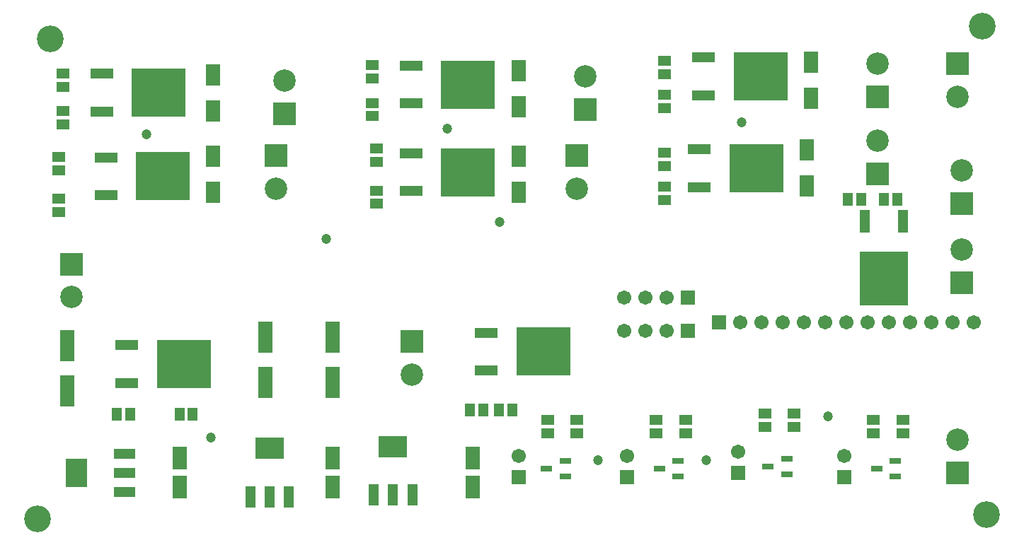
<source format=gts>
G04*
G04 #@! TF.GenerationSoftware,Altium Limited,Altium Designer,18.0.9 (584)*
G04*
G04 Layer_Color=8388736*
%FSLAX25Y25*%
%MOIN*%
G70*
G01*
G75*
%ADD30R,0.05328X0.03162*%
%ADD31R,0.13792X0.10249*%
%ADD32R,0.04737X0.10249*%
%ADD33R,0.05918X0.04737*%
%ADD34R,0.06942X0.09973*%
%ADD35R,0.07099X0.14580*%
%ADD36R,0.07099X0.10642*%
%ADD37R,0.10721X0.04501*%
%ADD38R,0.25328X0.23123*%
%ADD39R,0.04737X0.05918*%
%ADD40R,0.04501X0.10721*%
%ADD41R,0.23123X0.25328*%
%ADD42R,0.10249X0.04737*%
%ADD43R,0.10249X0.13792*%
%ADD44R,0.10544X0.10544*%
%ADD45C,0.10544*%
%ADD46C,0.06706*%
%ADD47R,0.06706X0.06706*%
%ADD48R,0.06706X0.06706*%
%ADD49C,0.12611*%
%ADD50C,0.04737*%
D30*
X366634Y38189D02*
D03*
Y30709D02*
D03*
X357776Y34449D02*
D03*
X417815Y37205D02*
D03*
Y29724D02*
D03*
X408957Y33465D02*
D03*
X262303Y37205D02*
D03*
Y29724D02*
D03*
X253445Y33465D02*
D03*
X315453Y37205D02*
D03*
Y29724D02*
D03*
X306594Y33465D02*
D03*
D31*
X181102Y43898D02*
D03*
X123031Y42913D02*
D03*
D32*
X172047Y21063D02*
D03*
X181102D02*
D03*
X190157D02*
D03*
X132087Y20079D02*
D03*
X123031D02*
D03*
X113976D02*
D03*
D33*
X356299Y52953D02*
D03*
Y59252D02*
D03*
X318898Y50000D02*
D03*
Y56299D02*
D03*
X421260D02*
D03*
Y50000D02*
D03*
X309055Y175984D02*
D03*
Y182283D02*
D03*
Y166535D02*
D03*
Y160236D02*
D03*
X253937Y50000D02*
D03*
Y56299D02*
D03*
X305118Y50000D02*
D03*
Y56299D02*
D03*
X407480Y50000D02*
D03*
Y56299D02*
D03*
X267717Y56299D02*
D03*
Y50000D02*
D03*
X370079Y52953D02*
D03*
Y59252D02*
D03*
X173228Y177953D02*
D03*
Y184252D02*
D03*
X171260Y217323D02*
D03*
Y223622D02*
D03*
X173228Y164567D02*
D03*
Y158268D02*
D03*
X171260Y205906D02*
D03*
Y199606D02*
D03*
X23622Y174016D02*
D03*
Y180315D02*
D03*
X25591Y213386D02*
D03*
Y219685D02*
D03*
X309055Y219291D02*
D03*
Y225590D02*
D03*
X23622Y160630D02*
D03*
Y154331D02*
D03*
X25591Y201969D02*
D03*
Y195669D02*
D03*
X309055Y209842D02*
D03*
Y203543D02*
D03*
D34*
X377953Y208110D02*
D03*
Y224961D02*
D03*
X375984Y166772D02*
D03*
Y183622D02*
D03*
X240158Y180669D02*
D03*
Y163819D02*
D03*
X240158Y204173D02*
D03*
Y221024D02*
D03*
X96457Y180669D02*
D03*
Y163819D02*
D03*
X96457Y202205D02*
D03*
Y219055D02*
D03*
D35*
X27559Y70079D02*
D03*
Y91339D02*
D03*
X121063Y74016D02*
D03*
Y95276D02*
D03*
X152559Y74016D02*
D03*
Y95276D02*
D03*
D36*
X80709Y24606D02*
D03*
Y38386D02*
D03*
X218504Y24606D02*
D03*
Y38386D02*
D03*
X152559Y24606D02*
D03*
Y38386D02*
D03*
D37*
X325433Y166220D02*
D03*
Y184173D02*
D03*
X225039Y79606D02*
D03*
Y97559D02*
D03*
X189606Y164252D02*
D03*
Y182205D02*
D03*
Y205591D02*
D03*
Y223543D02*
D03*
X45906Y162283D02*
D03*
Y180236D02*
D03*
X43937Y201654D02*
D03*
Y219606D02*
D03*
X327402Y209528D02*
D03*
Y227480D02*
D03*
X55748Y73701D02*
D03*
Y91654D02*
D03*
D38*
X352284Y175197D02*
D03*
X251890Y88583D02*
D03*
X216457Y173228D02*
D03*
Y214567D02*
D03*
X72756Y171260D02*
D03*
X70787Y210630D02*
D03*
X354252Y218504D02*
D03*
X82598Y82677D02*
D03*
D39*
X412205Y160433D02*
D03*
X418504D02*
D03*
X401772D02*
D03*
X395472D02*
D03*
X223622Y61024D02*
D03*
X217323D02*
D03*
X231102D02*
D03*
X237402D02*
D03*
X57284Y59055D02*
D03*
X50984D02*
D03*
X80512D02*
D03*
X86811D02*
D03*
D40*
X403425Y149961D02*
D03*
X421378D02*
D03*
D41*
X412402Y123110D02*
D03*
D42*
X54724Y40551D02*
D03*
Y31496D02*
D03*
Y22441D02*
D03*
D43*
X31890Y31496D02*
D03*
D44*
X267717Y181024D02*
D03*
X271654Y202835D02*
D03*
X129921Y200866D02*
D03*
X125984Y181024D02*
D03*
X409449Y208740D02*
D03*
X29528Y129842D02*
D03*
X409449Y172323D02*
D03*
X448819Y121142D02*
D03*
Y158543D02*
D03*
X446850Y31575D02*
D03*
Y224331D02*
D03*
X189961Y93425D02*
D03*
D45*
X267717Y165433D02*
D03*
X271654Y218425D02*
D03*
X129921Y216457D02*
D03*
X125984Y165433D02*
D03*
X409449Y224331D02*
D03*
X29528Y114252D02*
D03*
X409449Y187913D02*
D03*
X448819Y136732D02*
D03*
Y174134D02*
D03*
X446850Y47165D02*
D03*
Y208740D02*
D03*
X189961Y77835D02*
D03*
D46*
X289882Y98425D02*
D03*
X299882D02*
D03*
X309882D02*
D03*
X289882Y114173D02*
D03*
X299882D02*
D03*
X309882D02*
D03*
X344646Y102362D02*
D03*
X354646D02*
D03*
X364646D02*
D03*
X374646D02*
D03*
X384646D02*
D03*
X394646D02*
D03*
X404646D02*
D03*
X414646D02*
D03*
X424646D02*
D03*
X434646D02*
D03*
X444646D02*
D03*
X454646D02*
D03*
X240158Y39528D02*
D03*
X291339D02*
D03*
X343504Y41496D02*
D03*
X393701Y39528D02*
D03*
D47*
X319882Y98425D02*
D03*
Y114173D02*
D03*
X334646Y102362D02*
D03*
D48*
X240158Y29528D02*
D03*
X291339D02*
D03*
X343504Y31496D02*
D03*
X393701Y29528D02*
D03*
D49*
X13780Y9843D02*
D03*
X460630Y11811D02*
D03*
X458661Y242126D02*
D03*
X19685Y236221D02*
D03*
D50*
X231299Y149606D02*
D03*
X149606Y141732D02*
D03*
X345472Y196850D02*
D03*
X64961Y190945D02*
D03*
X206693Y193898D02*
D03*
X95472Y48228D02*
D03*
X277559Y37402D02*
D03*
X328740D02*
D03*
X385827Y58071D02*
D03*
M02*

</source>
